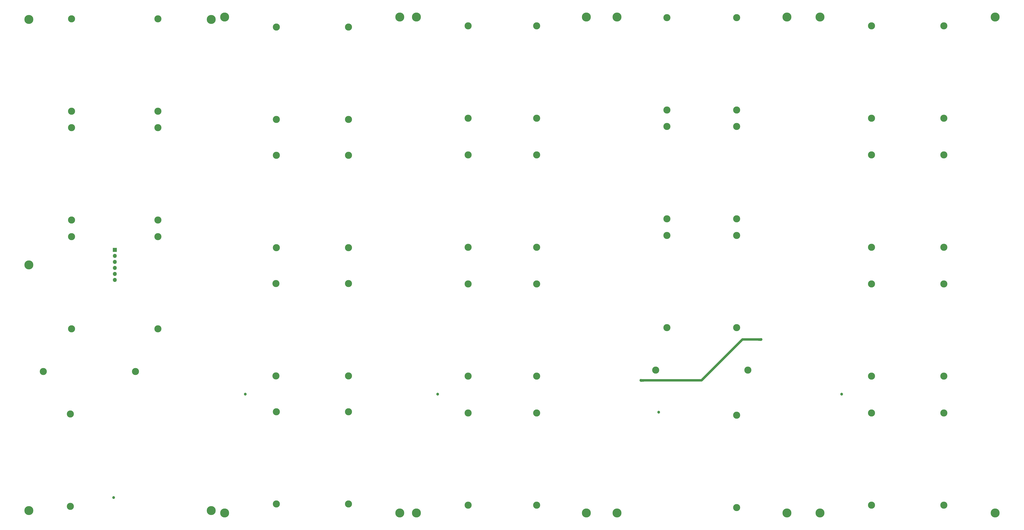
<source format=gbl>
%TF.GenerationSoftware,KiCad,Pcbnew,7.0.8*%
%TF.CreationDate,2024-01-15T20:22:08-08:00*%
%TF.ProjectId,FlexDeploySidePanels,466c6578-4465-4706-9c6f-795369646550,rev?*%
%TF.SameCoordinates,Original*%
%TF.FileFunction,Copper,L4,Bot*%
%TF.FilePolarity,Positive*%
%FSLAX46Y46*%
G04 Gerber Fmt 4.6, Leading zero omitted, Abs format (unit mm)*
G04 Created by KiCad (PCBNEW 7.0.8) date 2024-01-15 20:22:08*
%MOMM*%
%LPD*%
G01*
G04 APERTURE LIST*
%TA.AperFunction,ComponentPad*%
%ADD10C,3.000000*%
%TD*%
%TA.AperFunction,ComponentPad*%
%ADD11R,1.700000X1.700000*%
%TD*%
%TA.AperFunction,ComponentPad*%
%ADD12O,1.700000X1.700000*%
%TD*%
%TA.AperFunction,ComponentPad*%
%ADD13C,2.600000*%
%TD*%
%TA.AperFunction,ConnectorPad*%
%ADD14C,3.800000*%
%TD*%
%TA.AperFunction,ViaPad*%
%ADD15C,1.200000*%
%TD*%
%TA.AperFunction,Conductor*%
%ADD16C,1.000000*%
%TD*%
G04 APERTURE END LIST*
D10*
%TO.P,SC1,0,-*%
%TO.N,GND*%
X479000000Y-308500000D03*
%TO.P,SC1,1,+*%
%TO.N,Net-(D1-C)*%
X479000000Y-269500000D03*
%TD*%
%TO.P,SC21,0,-*%
%TO.N,Net-(D21-A)*%
X307000000Y-145000000D03*
%TO.P,SC21,1,+*%
%TO.N,Net-(D20-A)*%
X307000000Y-106000000D03*
%TD*%
%TO.P,SC38,0,-*%
%TO.N,Net-(D38-A)*%
X147000000Y-142000000D03*
%TO.P,SC38,1,+*%
%TO.N,Net-(D37-A)*%
X147000000Y-103000000D03*
%TD*%
D11*
%TO.P,J1,1,Pin_1*%
%TO.N,GND*%
X128750000Y-200660000D03*
D12*
%TO.P,J1,2,Pin_2*%
X128750000Y-203200000D03*
%TO.P,J1,3,Pin_3*%
X128750000Y-205740000D03*
%TO.P,J1,4,Pin_4*%
%TO.N,VSOLAR*%
X128750000Y-208280000D03*
%TO.P,J1,5,Pin_5*%
X128750000Y-210820000D03*
%TO.P,J1,6,Pin_6*%
X128750000Y-213360000D03*
%TD*%
D10*
%TO.P,SC18,0,-*%
%TO.N,Net-(D18-A)*%
X278000000Y-215000000D03*
%TO.P,SC18,1,+*%
%TO.N,Net-(D17-A)*%
X278000000Y-254000000D03*
%TD*%
%TO.P,SC13,0,-*%
%TO.N,Net-(D13-A)*%
X391500000Y-141500000D03*
%TO.P,SC13,1,+*%
%TO.N,Net-(D12-A)*%
X391500000Y-102500000D03*
%TD*%
D13*
%TO.P,H18,1,1*%
%TO.N,GND*%
X169450000Y-103250000D03*
D14*
X169450000Y-103250000D03*
%TD*%
D10*
%TO.P,SC17,0,-*%
%TO.N,Net-(D17-A)*%
X278000000Y-269500000D03*
%TO.P,SC17,1,+*%
%TO.N,Net-(D17-C)*%
X278000000Y-308500000D03*
%TD*%
%TO.P,SC11,0,-*%
%TO.N,Net-(D11-A)*%
X362000000Y-148500000D03*
%TO.P,SC11,1,+*%
%TO.N,Net-(D10-A)*%
X362000000Y-187500000D03*
%TD*%
%TO.P,SC25,0,-*%
%TO.N,Net-(D25-A)*%
X197000000Y-269000000D03*
%TO.P,SC25,1,+*%
%TO.N,Net-(D25-C)*%
X197000000Y-308000000D03*
%TD*%
D13*
%TO.P,H21,1,1*%
%TO.N,GND*%
X92450000Y-310750000D03*
D14*
X92450000Y-310750000D03*
%TD*%
D10*
%TO.P,SC34,0,-*%
%TO.N,Net-(D34-A)*%
X98500000Y-252000000D03*
%TO.P,SC34,1,+*%
%TO.N,Net-(D33-A)*%
X137500000Y-252000000D03*
%TD*%
D13*
%TO.P,H8,1,1*%
%TO.N,GND*%
X340900000Y-311750000D03*
D14*
X340900000Y-311750000D03*
%TD*%
D10*
%TO.P,SC20,0,-*%
%TO.N,Net-(D20-A)*%
X278000000Y-106000000D03*
%TO.P,SC20,1,+*%
%TO.N,Net-(D19-A)*%
X278000000Y-145000000D03*
%TD*%
%TO.P,SC6,0,-*%
%TO.N,Net-(D5-C)*%
X448500000Y-160500000D03*
%TO.P,SC6,1,+*%
%TO.N,Net-(D6-C)*%
X448500000Y-199500000D03*
%TD*%
%TO.P,SC10,0,-*%
%TO.N,Net-(D10-A)*%
X362000000Y-194500000D03*
%TO.P,SC10,1,+*%
%TO.N,Net-(D10-C)*%
X362000000Y-233500000D03*
%TD*%
D13*
%TO.P,H1,1,1*%
%TO.N,GND*%
X500700000Y-311750000D03*
D14*
X500700000Y-311750000D03*
%TD*%
D10*
%TO.P,SC30,0,-*%
%TO.N,Net-(D30-A)*%
X227500000Y-199666666D03*
%TO.P,SC30,1,+*%
%TO.N,Net-(D29-A)*%
X227500000Y-160666666D03*
%TD*%
D13*
%TO.P,H9,1,1*%
%TO.N,GND*%
X328000000Y-311750000D03*
D14*
X328000000Y-311750000D03*
%TD*%
D13*
%TO.P,H5,1,1*%
%TO.N,GND*%
X412700000Y-311750000D03*
D14*
X412700000Y-311750000D03*
%TD*%
D13*
%TO.P,H7,1,1*%
%TO.N,GND*%
X340900000Y-102250000D03*
D14*
X340900000Y-102250000D03*
%TD*%
D10*
%TO.P,SC16,0,-*%
%TO.N,GND*%
X391500000Y-309510000D03*
%TO.P,SC16,1,+*%
%TO.N,Net-(D15-A)*%
X391500000Y-270510000D03*
%TD*%
D13*
%TO.P,H16,1,1*%
%TO.N,GND*%
X175200000Y-311750000D03*
D14*
X175200000Y-311750000D03*
%TD*%
D10*
%TO.P,SC9,0,-*%
%TO.N,Net-(D10-C)*%
X396250000Y-251460000D03*
%TO.P,SC9,1,+*%
%TO.N,Net-(D43-A)*%
X357250000Y-251460000D03*
%TD*%
D13*
%TO.P,H14,1,1*%
%TO.N,GND*%
X249200000Y-102250000D03*
D14*
X249200000Y-102250000D03*
%TD*%
D10*
%TO.P,SC26,0,-*%
%TO.N,Net-(D26-A)*%
X196850000Y-214833332D03*
%TO.P,SC26,1,+*%
%TO.N,Net-(D25-A)*%
X196850000Y-253833332D03*
%TD*%
D13*
%TO.P,H6,1,1*%
%TO.N,GND*%
X412700000Y-102250000D03*
D14*
X412700000Y-102250000D03*
%TD*%
D13*
%TO.P,H13,1,1*%
%TO.N,GND*%
X249200000Y-311750000D03*
D14*
X249200000Y-311750000D03*
%TD*%
D13*
%TO.P,H19,1,1*%
%TO.N,GND*%
X92456000Y-103251000D03*
D14*
X92456000Y-103251000D03*
%TD*%
D10*
%TO.P,SC7,0,-*%
%TO.N,Net-(D6-C)*%
X448500000Y-215000000D03*
%TO.P,SC7,1,+*%
%TO.N,Net-(D7-C)*%
X448500000Y-254000000D03*
%TD*%
%TO.P,SC14,0,-*%
%TO.N,Net-(D14-A)*%
X391500000Y-187500000D03*
%TO.P,SC14,1,+*%
%TO.N,Net-(D13-A)*%
X391500000Y-148500000D03*
%TD*%
D13*
%TO.P,H4,1,1*%
%TO.N,GND*%
X426720000Y-311750000D03*
D14*
X426720000Y-311750000D03*
%TD*%
D10*
%TO.P,SC37,0,-*%
%TO.N,Net-(D37-A)*%
X110500000Y-103000000D03*
%TO.P,SC37,1,+*%
%TO.N,Net-(D36-A)*%
X110500000Y-142000000D03*
%TD*%
%TO.P,SC39,0,-*%
%TO.N,Net-(D39-A)*%
X147000000Y-188000000D03*
%TO.P,SC39,1,+*%
%TO.N,Net-(D38-A)*%
X147000000Y-149000000D03*
%TD*%
%TO.P,SC35,0,-*%
%TO.N,Net-(D35-A)*%
X110500000Y-195000000D03*
%TO.P,SC35,1,+*%
%TO.N,Net-(D34-A)*%
X110500000Y-234000000D03*
%TD*%
%TO.P,SC15,0,-*%
%TO.N,Net-(D15-A)*%
X391500000Y-233500000D03*
%TO.P,SC15,1,+*%
%TO.N,Net-(D14-A)*%
X391500000Y-194500000D03*
%TD*%
%TO.P,SC28,0,-*%
%TO.N,Net-(D28-A)*%
X197000000Y-106500000D03*
%TO.P,SC28,1,+*%
%TO.N,Net-(D27-A)*%
X197000000Y-145500000D03*
%TD*%
%TO.P,SC3,0,-*%
%TO.N,Net-(D2-C)*%
X479000000Y-199500000D03*
%TO.P,SC3,1,+*%
%TO.N,Net-(D3-C)*%
X479000000Y-160500000D03*
%TD*%
%TO.P,SC32,0,-*%
%TO.N,GND*%
X227500000Y-308000000D03*
%TO.P,SC32,1,+*%
%TO.N,Net-(D31-A)*%
X227500000Y-269000000D03*
%TD*%
D13*
%TO.P,H15,1,1*%
%TO.N,GND*%
X175200000Y-102250000D03*
D14*
X175200000Y-102250000D03*
%TD*%
D10*
%TO.P,SC31,0,-*%
%TO.N,Net-(D31-A)*%
X227500000Y-253833332D03*
%TO.P,SC31,1,+*%
%TO.N,Net-(D30-A)*%
X227500000Y-214833332D03*
%TD*%
%TO.P,SC5,0,-*%
%TO.N,Net-(D4-C)*%
X448500000Y-106000000D03*
%TO.P,SC5,1,+*%
%TO.N,Net-(D5-C)*%
X448500000Y-145000000D03*
%TD*%
D13*
%TO.P,H12,1,1*%
%TO.N,GND*%
X256200000Y-311750000D03*
D14*
X256200000Y-311750000D03*
%TD*%
D10*
%TO.P,SC19,0,-*%
%TO.N,Net-(D19-A)*%
X278000000Y-160500000D03*
%TO.P,SC19,1,+*%
%TO.N,Net-(D18-A)*%
X278000000Y-199500000D03*
%TD*%
%TO.P,SC22,0,-*%
%TO.N,Net-(D22-A)*%
X307000000Y-199500000D03*
%TO.P,SC22,1,+*%
%TO.N,Net-(D21-A)*%
X307000000Y-160500000D03*
%TD*%
D13*
%TO.P,H17,1,1*%
%TO.N,GND*%
X169450000Y-310769000D03*
D14*
X169450000Y-310769000D03*
%TD*%
D10*
%TO.P,SC12,0,-*%
%TO.N,Net-(D12-A)*%
X362000000Y-102500000D03*
%TO.P,SC12,1,+*%
%TO.N,Net-(D11-A)*%
X362000000Y-141500000D03*
%TD*%
D13*
%TO.P,H3,1,1*%
%TO.N,GND*%
X426700000Y-102250000D03*
D14*
X426700000Y-102250000D03*
%TD*%
D10*
%TO.P,SC8,0,-*%
%TO.N,Net-(D7-C)*%
X448500000Y-269500000D03*
%TO.P,SC8,1,+*%
%TO.N,Net-(D45-A)*%
X448500000Y-308500000D03*
%TD*%
D13*
%TO.P,H2,1,1*%
%TO.N,GND*%
X500700000Y-102250000D03*
D14*
X500700000Y-102250000D03*
%TD*%
D10*
%TO.P,SC33,0,-*%
%TO.N,Net-(D33-A)*%
X110000000Y-270000000D03*
%TO.P,SC33,1,+*%
%TO.N,Net-(D33-C)*%
X110000000Y-309000000D03*
%TD*%
%TO.P,SC24,0,-*%
%TO.N,GND*%
X307000000Y-308500000D03*
%TO.P,SC24,1,+*%
%TO.N,Net-(D23-A)*%
X307000000Y-269500000D03*
%TD*%
%TO.P,SC4,0,-*%
%TO.N,Net-(D3-C)*%
X479000000Y-145000000D03*
%TO.P,SC4,1,+*%
%TO.N,Net-(D4-C)*%
X479000000Y-106000000D03*
%TD*%
%TO.P,SC36,0,-*%
%TO.N,Net-(D36-A)*%
X110500000Y-149000000D03*
%TO.P,SC36,1,+*%
%TO.N,Net-(D35-A)*%
X110500000Y-188000000D03*
%TD*%
D13*
%TO.P,H11,1,1*%
%TO.N,GND*%
X256200000Y-102250000D03*
D14*
X256200000Y-102250000D03*
%TD*%
D13*
%TO.P,H10,1,1*%
%TO.N,GND*%
X328000000Y-102250000D03*
D14*
X328000000Y-102250000D03*
%TD*%
D10*
%TO.P,SC23,0,-*%
%TO.N,Net-(D23-A)*%
X307000000Y-254000000D03*
%TO.P,SC23,1,+*%
%TO.N,Net-(D22-A)*%
X307000000Y-215000000D03*
%TD*%
%TO.P,SC2,0,-*%
%TO.N,Net-(D1-C)*%
X479000000Y-254000000D03*
%TO.P,SC2,1,+*%
%TO.N,Net-(D2-C)*%
X479000000Y-215000000D03*
%TD*%
%TO.P,SC40,0,-*%
%TO.N,GND*%
X147000000Y-234000000D03*
%TO.P,SC40,1,+*%
%TO.N,Net-(D39-A)*%
X147000000Y-195000000D03*
%TD*%
%TO.P,SC27,0,-*%
%TO.N,Net-(D27-A)*%
X197000000Y-160666666D03*
%TO.P,SC27,1,+*%
%TO.N,Net-(D26-A)*%
X197000000Y-199666666D03*
%TD*%
D13*
%TO.P,H20,1,1*%
%TO.N,GND*%
X92450000Y-207000000D03*
D14*
X92450000Y-207000000D03*
%TD*%
D10*
%TO.P,SC29,0,-*%
%TO.N,Net-(D29-A)*%
X227500000Y-145500000D03*
%TO.P,SC29,1,+*%
%TO.N,Net-(D28-A)*%
X227500000Y-106500000D03*
%TD*%
D15*
%TO.N,VSOLAR*%
X358521000Y-269240000D03*
X265176000Y-261620000D03*
X183896000Y-261620000D03*
X128270000Y-305308000D03*
X435864000Y-261620000D03*
%TO.N,Net-(D12-A)*%
X351028000Y-255778000D03*
X401828000Y-238506000D03*
%TD*%
D16*
%TO.N,Net-(D12-A)*%
X376682000Y-255778000D02*
X377190000Y-255270000D01*
X393954000Y-238506000D02*
X401828000Y-238506000D01*
X351028000Y-255778000D02*
X376682000Y-255778000D01*
X377190000Y-255270000D02*
X393954000Y-238506000D01*
%TD*%
%TA.AperFunction,Conductor*%
%TO.N,Net-(D12-A)*%
G36*
X351039991Y-255178321D02*
G01*
X351415176Y-255188395D01*
X351415512Y-255188415D01*
X351689670Y-255213200D01*
X351926329Y-255242800D01*
X352200658Y-255267600D01*
X352576614Y-255277694D01*
X352584792Y-255281342D01*
X352588000Y-255289390D01*
X352588000Y-256266609D01*
X352584573Y-256274882D01*
X352576614Y-256278305D01*
X352260430Y-256286795D01*
X352200658Y-256288400D01*
X351926329Y-256313200D01*
X351689670Y-256342800D01*
X351415536Y-256367582D01*
X351415166Y-256367604D01*
X351039994Y-256377677D01*
X351031632Y-256374473D01*
X351027984Y-256366295D01*
X351027980Y-256366001D01*
X351027000Y-255778000D01*
X351027980Y-255189998D01*
X351031421Y-255181731D01*
X351039700Y-255178318D01*
X351039991Y-255178321D01*
G37*
%TD.AperFunction*%
%TD*%
%TA.AperFunction,Conductor*%
%TO.N,Net-(D12-A)*%
G36*
X401824367Y-237909526D02*
G01*
X401828015Y-237917704D01*
X401828019Y-237917998D01*
X401829000Y-238506000D01*
X401828019Y-239094001D01*
X401824578Y-239102268D01*
X401816299Y-239105681D01*
X401816005Y-239105677D01*
X401440831Y-239095604D01*
X401440461Y-239095582D01*
X401166329Y-239070800D01*
X400929670Y-239041200D01*
X400655340Y-239016400D01*
X400595678Y-239014798D01*
X400279386Y-239006305D01*
X400271208Y-239002657D01*
X400268000Y-238994609D01*
X400268000Y-238017390D01*
X400271427Y-238009117D01*
X400279385Y-238005694D01*
X400655340Y-237995600D01*
X400929670Y-237970800D01*
X401166329Y-237941200D01*
X401440487Y-237916415D01*
X401440820Y-237916395D01*
X401816005Y-237906322D01*
X401824367Y-237909526D01*
G37*
%TD.AperFunction*%
%TD*%
M02*

</source>
